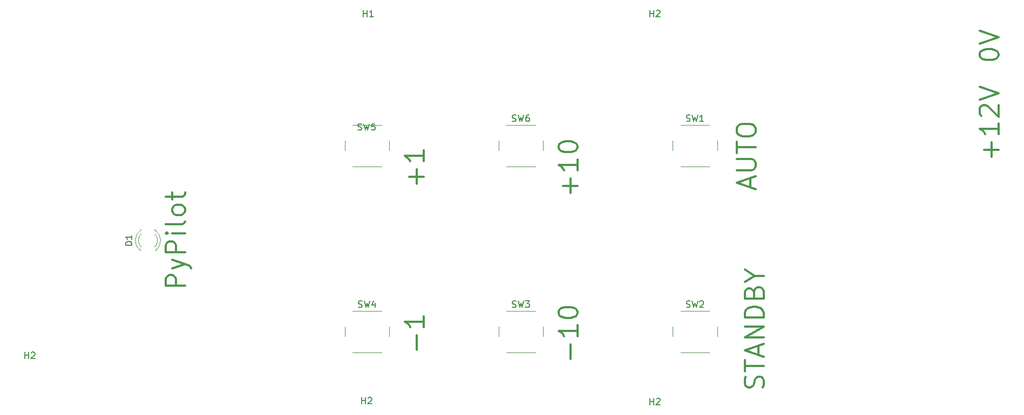
<source format=gto>
%TF.GenerationSoftware,KiCad,Pcbnew,(5.1.12)-1*%
%TF.CreationDate,2022-06-03T19:18:09+02:00*%
%TF.ProjectId,pypilot_keyboard,70797069-6c6f-4745-9f6b-6579626f6172,rev?*%
%TF.SameCoordinates,Original*%
%TF.FileFunction,Legend,Top*%
%TF.FilePolarity,Positive*%
%FSLAX46Y46*%
G04 Gerber Fmt 4.6, Leading zero omitted, Abs format (unit mm)*
G04 Created by KiCad (PCBNEW (5.1.12)-1) date 2022-06-03 19:18:09*
%MOMM*%
%LPD*%
G01*
G04 APERTURE LIST*
%ADD10C,0.300000*%
%ADD11C,0.120000*%
%ADD12C,0.150000*%
G04 APERTURE END LIST*
D10*
X217384285Y-59260714D02*
X217384285Y-56975000D01*
X218527142Y-58117857D02*
X216241428Y-58117857D01*
X218527142Y-53975000D02*
X218527142Y-55689285D01*
X218527142Y-54832142D02*
X215527142Y-54832142D01*
X215955714Y-55117857D01*
X216241428Y-55403571D01*
X216384285Y-55689285D01*
X215812857Y-52832142D02*
X215670000Y-52689285D01*
X215527142Y-52403571D01*
X215527142Y-51689285D01*
X215670000Y-51403571D01*
X215812857Y-51260714D01*
X216098571Y-51117857D01*
X216384285Y-51117857D01*
X216812857Y-51260714D01*
X218527142Y-52975000D01*
X218527142Y-51117857D01*
X215527142Y-50260714D02*
X218527142Y-49260714D01*
X215527142Y-48260714D01*
X215527142Y-43338571D02*
X215527142Y-43052857D01*
X215670000Y-42767142D01*
X215812857Y-42624285D01*
X216098571Y-42481428D01*
X216670000Y-42338571D01*
X217384285Y-42338571D01*
X217955714Y-42481428D01*
X218241428Y-42624285D01*
X218384285Y-42767142D01*
X218527142Y-43052857D01*
X218527142Y-43338571D01*
X218384285Y-43624285D01*
X218241428Y-43767142D01*
X217955714Y-43910000D01*
X217384285Y-44052857D01*
X216670000Y-44052857D01*
X216098571Y-43910000D01*
X215812857Y-43767142D01*
X215670000Y-43624285D01*
X215527142Y-43338571D01*
X215527142Y-41481428D02*
X218527142Y-40481428D01*
X215527142Y-39481428D01*
X181554285Y-95502857D02*
X181697142Y-95074285D01*
X181697142Y-94360000D01*
X181554285Y-94074285D01*
X181411428Y-93931428D01*
X181125714Y-93788571D01*
X180840000Y-93788571D01*
X180554285Y-93931428D01*
X180411428Y-94074285D01*
X180268571Y-94360000D01*
X180125714Y-94931428D01*
X179982857Y-95217142D01*
X179840000Y-95360000D01*
X179554285Y-95502857D01*
X179268571Y-95502857D01*
X178982857Y-95360000D01*
X178840000Y-95217142D01*
X178697142Y-94931428D01*
X178697142Y-94217142D01*
X178840000Y-93788571D01*
X178697142Y-92931428D02*
X178697142Y-91217142D01*
X181697142Y-92074285D02*
X178697142Y-92074285D01*
X180840000Y-90360000D02*
X180840000Y-88931428D01*
X181697142Y-90645714D02*
X178697142Y-89645714D01*
X181697142Y-88645714D01*
X181697142Y-87645714D02*
X178697142Y-87645714D01*
X181697142Y-85931428D01*
X178697142Y-85931428D01*
X181697142Y-84502857D02*
X178697142Y-84502857D01*
X178697142Y-83788571D01*
X178840000Y-83360000D01*
X179125714Y-83074285D01*
X179411428Y-82931428D01*
X179982857Y-82788571D01*
X180411428Y-82788571D01*
X180982857Y-82931428D01*
X181268571Y-83074285D01*
X181554285Y-83360000D01*
X181697142Y-83788571D01*
X181697142Y-84502857D01*
X180125714Y-80502857D02*
X180268571Y-80074285D01*
X180411428Y-79931428D01*
X180697142Y-79788571D01*
X181125714Y-79788571D01*
X181411428Y-79931428D01*
X181554285Y-80074285D01*
X181697142Y-80360000D01*
X181697142Y-81502857D01*
X178697142Y-81502857D01*
X178697142Y-80502857D01*
X178840000Y-80217142D01*
X178982857Y-80074285D01*
X179268571Y-79931428D01*
X179554285Y-79931428D01*
X179840000Y-80074285D01*
X179982857Y-80217142D01*
X180125714Y-80502857D01*
X180125714Y-81502857D01*
X180268571Y-77931428D02*
X181697142Y-77931428D01*
X178697142Y-78931428D02*
X180268571Y-77931428D01*
X178697142Y-76931428D01*
X179570000Y-64055000D02*
X179570000Y-62626428D01*
X180427142Y-64340714D02*
X177427142Y-63340714D01*
X180427142Y-62340714D01*
X177427142Y-61340714D02*
X179855714Y-61340714D01*
X180141428Y-61197857D01*
X180284285Y-61055000D01*
X180427142Y-60769285D01*
X180427142Y-60197857D01*
X180284285Y-59912142D01*
X180141428Y-59769285D01*
X179855714Y-59626428D01*
X177427142Y-59626428D01*
X177427142Y-58626428D02*
X177427142Y-56912142D01*
X180427142Y-57769285D02*
X177427142Y-57769285D01*
X177427142Y-55340714D02*
X177427142Y-54769285D01*
X177570000Y-54483571D01*
X177855714Y-54197857D01*
X178427142Y-54055000D01*
X179427142Y-54055000D01*
X179998571Y-54197857D01*
X180284285Y-54483571D01*
X180427142Y-54769285D01*
X180427142Y-55340714D01*
X180284285Y-55626428D01*
X179998571Y-55912142D01*
X179427142Y-56055000D01*
X178427142Y-56055000D01*
X177855714Y-55912142D01*
X177570000Y-55626428D01*
X177427142Y-55340714D01*
X127214285Y-89566428D02*
X127214285Y-87280714D01*
X128357142Y-84280714D02*
X128357142Y-85995000D01*
X128357142Y-85137857D02*
X125357142Y-85137857D01*
X125785714Y-85423571D01*
X126071428Y-85709285D01*
X126214285Y-85995000D01*
X151344285Y-90995000D02*
X151344285Y-88709285D01*
X152487142Y-85709285D02*
X152487142Y-87423571D01*
X152487142Y-86566428D02*
X149487142Y-86566428D01*
X149915714Y-86852142D01*
X150201428Y-87137857D01*
X150344285Y-87423571D01*
X149487142Y-83852142D02*
X149487142Y-83566428D01*
X149630000Y-83280714D01*
X149772857Y-83137857D01*
X150058571Y-82995000D01*
X150630000Y-82852142D01*
X151344285Y-82852142D01*
X151915714Y-82995000D01*
X152201428Y-83137857D01*
X152344285Y-83280714D01*
X152487142Y-83566428D01*
X152487142Y-83852142D01*
X152344285Y-84137857D01*
X152201428Y-84280714D01*
X151915714Y-84423571D01*
X151344285Y-84566428D01*
X150630000Y-84566428D01*
X150058571Y-84423571D01*
X149772857Y-84280714D01*
X149630000Y-84137857D01*
X149487142Y-83852142D01*
X151344285Y-64960000D02*
X151344285Y-62674285D01*
X152487142Y-63817142D02*
X150201428Y-63817142D01*
X152487142Y-59674285D02*
X152487142Y-61388571D01*
X152487142Y-60531428D02*
X149487142Y-60531428D01*
X149915714Y-60817142D01*
X150201428Y-61102857D01*
X150344285Y-61388571D01*
X149487142Y-57817142D02*
X149487142Y-57531428D01*
X149630000Y-57245714D01*
X149772857Y-57102857D01*
X150058571Y-56960000D01*
X150630000Y-56817142D01*
X151344285Y-56817142D01*
X151915714Y-56960000D01*
X152201428Y-57102857D01*
X152344285Y-57245714D01*
X152487142Y-57531428D01*
X152487142Y-57817142D01*
X152344285Y-58102857D01*
X152201428Y-58245714D01*
X151915714Y-58388571D01*
X151344285Y-58531428D01*
X150630000Y-58531428D01*
X150058571Y-58388571D01*
X149772857Y-58245714D01*
X149630000Y-58102857D01*
X149487142Y-57817142D01*
X127214285Y-63531428D02*
X127214285Y-61245714D01*
X128357142Y-62388571D02*
X126071428Y-62388571D01*
X128357142Y-58245714D02*
X128357142Y-59960000D01*
X128357142Y-59102857D02*
X125357142Y-59102857D01*
X125785714Y-59388571D01*
X126071428Y-59674285D01*
X126214285Y-59960000D01*
X90892142Y-79532857D02*
X87892142Y-79532857D01*
X87892142Y-78390000D01*
X88035000Y-78104285D01*
X88177857Y-77961428D01*
X88463571Y-77818571D01*
X88892142Y-77818571D01*
X89177857Y-77961428D01*
X89320714Y-78104285D01*
X89463571Y-78390000D01*
X89463571Y-79532857D01*
X88892142Y-76818571D02*
X90892142Y-76104285D01*
X88892142Y-75390000D02*
X90892142Y-76104285D01*
X91606428Y-76390000D01*
X91749285Y-76532857D01*
X91892142Y-76818571D01*
X90892142Y-74247142D02*
X87892142Y-74247142D01*
X87892142Y-73104285D01*
X88035000Y-72818571D01*
X88177857Y-72675714D01*
X88463571Y-72532857D01*
X88892142Y-72532857D01*
X89177857Y-72675714D01*
X89320714Y-72818571D01*
X89463571Y-73104285D01*
X89463571Y-74247142D01*
X90892142Y-71247142D02*
X88892142Y-71247142D01*
X87892142Y-71247142D02*
X88035000Y-71390000D01*
X88177857Y-71247142D01*
X88035000Y-71104285D01*
X87892142Y-71247142D01*
X88177857Y-71247142D01*
X90892142Y-69390000D02*
X90749285Y-69675714D01*
X90463571Y-69818571D01*
X87892142Y-69818571D01*
X90892142Y-67818571D02*
X90749285Y-68104285D01*
X90606428Y-68247142D01*
X90320714Y-68390000D01*
X89463571Y-68390000D01*
X89177857Y-68247142D01*
X89035000Y-68104285D01*
X88892142Y-67818571D01*
X88892142Y-67390000D01*
X89035000Y-67104285D01*
X89177857Y-66961428D01*
X89463571Y-66818571D01*
X90320714Y-66818571D01*
X90606428Y-66961428D01*
X90749285Y-67104285D01*
X90892142Y-67390000D01*
X90892142Y-67818571D01*
X88892142Y-65961428D02*
X88892142Y-64818571D01*
X87892142Y-65532857D02*
X90463571Y-65532857D01*
X90749285Y-65390000D01*
X90892142Y-65104285D01*
X90892142Y-64818571D01*
D11*
%TO.C,D1*%
X86170000Y-73950000D02*
X86326000Y-73950000D01*
X83854000Y-73950000D02*
X84010000Y-73950000D01*
X84011392Y-70717665D02*
G75*
G03*
X83854484Y-73950000I1078608J-1672335D01*
G01*
X86168608Y-70717665D02*
G75*
G02*
X86325516Y-73950000I-1078608J-1672335D01*
G01*
X84010163Y-71348870D02*
G75*
G03*
X84010000Y-73430961I1079837J-1041130D01*
G01*
X86169837Y-71348870D02*
G75*
G02*
X86170000Y-73430961I-1079837J-1041130D01*
G01*
%TO.C,SW1*%
X174390000Y-58245000D02*
X174390000Y-56745000D01*
X173140000Y-54245000D02*
X168640000Y-54245000D01*
X167390000Y-56745000D02*
X167390000Y-58245000D01*
X168640000Y-60745000D02*
X173140000Y-60745000D01*
%TO.C,SW2*%
X168640000Y-89955000D02*
X173140000Y-89955000D01*
X167390000Y-85955000D02*
X167390000Y-87455000D01*
X173140000Y-83455000D02*
X168640000Y-83455000D01*
X174390000Y-87455000D02*
X174390000Y-85955000D01*
%TO.C,SW3*%
X147085000Y-87455000D02*
X147085000Y-85955000D01*
X145835000Y-83455000D02*
X141335000Y-83455000D01*
X140085000Y-85955000D02*
X140085000Y-87455000D01*
X141335000Y-89955000D02*
X145835000Y-89955000D01*
%TO.C,SW4*%
X117205000Y-89955000D02*
X121705000Y-89955000D01*
X115955000Y-85955000D02*
X115955000Y-87455000D01*
X121705000Y-83455000D02*
X117205000Y-83455000D01*
X122955000Y-87455000D02*
X122955000Y-85955000D01*
%TO.C,SW5*%
X122955000Y-58245000D02*
X122955000Y-56745000D01*
X121705000Y-54245000D02*
X117205000Y-54245000D01*
X115955000Y-56745000D02*
X115955000Y-58245000D01*
X117205000Y-60745000D02*
X121705000Y-60745000D01*
%TO.C,SW6*%
X141335000Y-60745000D02*
X145835000Y-60745000D01*
X140085000Y-56745000D02*
X140085000Y-58245000D01*
X145835000Y-54245000D02*
X141335000Y-54245000D01*
X147085000Y-58245000D02*
X147085000Y-56745000D01*
%TO.C,H2*%
D12*
X163830095Y-98187380D02*
X163830095Y-97187380D01*
X163830095Y-97663571D02*
X164401523Y-97663571D01*
X164401523Y-98187380D02*
X164401523Y-97187380D01*
X164830095Y-97282619D02*
X164877714Y-97235000D01*
X164972952Y-97187380D01*
X165211047Y-97187380D01*
X165306285Y-97235000D01*
X165353904Y-97282619D01*
X165401523Y-97377857D01*
X165401523Y-97473095D01*
X165353904Y-97615952D01*
X164782476Y-98187380D01*
X165401523Y-98187380D01*
X65786095Y-90948380D02*
X65786095Y-89948380D01*
X65786095Y-90424571D02*
X66357523Y-90424571D01*
X66357523Y-90948380D02*
X66357523Y-89948380D01*
X66786095Y-90043619D02*
X66833714Y-89996000D01*
X66928952Y-89948380D01*
X67167047Y-89948380D01*
X67262285Y-89996000D01*
X67309904Y-90043619D01*
X67357523Y-90138857D01*
X67357523Y-90234095D01*
X67309904Y-90376952D01*
X66738476Y-90948380D01*
X67357523Y-90948380D01*
X118618095Y-98060380D02*
X118618095Y-97060380D01*
X118618095Y-97536571D02*
X119189523Y-97536571D01*
X119189523Y-98060380D02*
X119189523Y-97060380D01*
X119618095Y-97155619D02*
X119665714Y-97108000D01*
X119760952Y-97060380D01*
X119999047Y-97060380D01*
X120094285Y-97108000D01*
X120141904Y-97155619D01*
X120189523Y-97250857D01*
X120189523Y-97346095D01*
X120141904Y-97488952D01*
X119570476Y-98060380D01*
X120189523Y-98060380D01*
X163830095Y-37227380D02*
X163830095Y-36227380D01*
X163830095Y-36703571D02*
X164401523Y-36703571D01*
X164401523Y-37227380D02*
X164401523Y-36227380D01*
X164830095Y-36322619D02*
X164877714Y-36275000D01*
X164972952Y-36227380D01*
X165211047Y-36227380D01*
X165306285Y-36275000D01*
X165353904Y-36322619D01*
X165401523Y-36417857D01*
X165401523Y-36513095D01*
X165353904Y-36655952D01*
X164782476Y-37227380D01*
X165401523Y-37227380D01*
%TO.C,H1*%
X118872095Y-37227380D02*
X118872095Y-36227380D01*
X118872095Y-36703571D02*
X119443523Y-36703571D01*
X119443523Y-37227380D02*
X119443523Y-36227380D01*
X120443523Y-37227380D02*
X119872095Y-37227380D01*
X120157809Y-37227380D02*
X120157809Y-36227380D01*
X120062571Y-36370238D01*
X119967333Y-36465476D01*
X119872095Y-36513095D01*
%TO.C,D1*%
X82582380Y-73128095D02*
X81582380Y-73128095D01*
X81582380Y-72890000D01*
X81630000Y-72747142D01*
X81725238Y-72651904D01*
X81820476Y-72604285D01*
X82010952Y-72556666D01*
X82153809Y-72556666D01*
X82344285Y-72604285D01*
X82439523Y-72651904D01*
X82534761Y-72747142D01*
X82582380Y-72890000D01*
X82582380Y-73128095D01*
X82582380Y-71604285D02*
X82582380Y-72175714D01*
X82582380Y-71890000D02*
X81582380Y-71890000D01*
X81725238Y-71985238D01*
X81820476Y-72080476D01*
X81868095Y-72175714D01*
%TO.C,SW1*%
X169556666Y-53649761D02*
X169699523Y-53697380D01*
X169937619Y-53697380D01*
X170032857Y-53649761D01*
X170080476Y-53602142D01*
X170128095Y-53506904D01*
X170128095Y-53411666D01*
X170080476Y-53316428D01*
X170032857Y-53268809D01*
X169937619Y-53221190D01*
X169747142Y-53173571D01*
X169651904Y-53125952D01*
X169604285Y-53078333D01*
X169556666Y-52983095D01*
X169556666Y-52887857D01*
X169604285Y-52792619D01*
X169651904Y-52745000D01*
X169747142Y-52697380D01*
X169985238Y-52697380D01*
X170128095Y-52745000D01*
X170461428Y-52697380D02*
X170699523Y-53697380D01*
X170890000Y-52983095D01*
X171080476Y-53697380D01*
X171318571Y-52697380D01*
X172223333Y-53697380D02*
X171651904Y-53697380D01*
X171937619Y-53697380D02*
X171937619Y-52697380D01*
X171842380Y-52840238D01*
X171747142Y-52935476D01*
X171651904Y-52983095D01*
%TO.C,SW2*%
X169556666Y-82859761D02*
X169699523Y-82907380D01*
X169937619Y-82907380D01*
X170032857Y-82859761D01*
X170080476Y-82812142D01*
X170128095Y-82716904D01*
X170128095Y-82621666D01*
X170080476Y-82526428D01*
X170032857Y-82478809D01*
X169937619Y-82431190D01*
X169747142Y-82383571D01*
X169651904Y-82335952D01*
X169604285Y-82288333D01*
X169556666Y-82193095D01*
X169556666Y-82097857D01*
X169604285Y-82002619D01*
X169651904Y-81955000D01*
X169747142Y-81907380D01*
X169985238Y-81907380D01*
X170128095Y-81955000D01*
X170461428Y-81907380D02*
X170699523Y-82907380D01*
X170890000Y-82193095D01*
X171080476Y-82907380D01*
X171318571Y-81907380D01*
X171651904Y-82002619D02*
X171699523Y-81955000D01*
X171794761Y-81907380D01*
X172032857Y-81907380D01*
X172128095Y-81955000D01*
X172175714Y-82002619D01*
X172223333Y-82097857D01*
X172223333Y-82193095D01*
X172175714Y-82335952D01*
X171604285Y-82907380D01*
X172223333Y-82907380D01*
%TO.C,SW3*%
X142251666Y-82859761D02*
X142394523Y-82907380D01*
X142632619Y-82907380D01*
X142727857Y-82859761D01*
X142775476Y-82812142D01*
X142823095Y-82716904D01*
X142823095Y-82621666D01*
X142775476Y-82526428D01*
X142727857Y-82478809D01*
X142632619Y-82431190D01*
X142442142Y-82383571D01*
X142346904Y-82335952D01*
X142299285Y-82288333D01*
X142251666Y-82193095D01*
X142251666Y-82097857D01*
X142299285Y-82002619D01*
X142346904Y-81955000D01*
X142442142Y-81907380D01*
X142680238Y-81907380D01*
X142823095Y-81955000D01*
X143156428Y-81907380D02*
X143394523Y-82907380D01*
X143585000Y-82193095D01*
X143775476Y-82907380D01*
X144013571Y-81907380D01*
X144299285Y-81907380D02*
X144918333Y-81907380D01*
X144585000Y-82288333D01*
X144727857Y-82288333D01*
X144823095Y-82335952D01*
X144870714Y-82383571D01*
X144918333Y-82478809D01*
X144918333Y-82716904D01*
X144870714Y-82812142D01*
X144823095Y-82859761D01*
X144727857Y-82907380D01*
X144442142Y-82907380D01*
X144346904Y-82859761D01*
X144299285Y-82812142D01*
%TO.C,SW4*%
X118121666Y-82859761D02*
X118264523Y-82907380D01*
X118502619Y-82907380D01*
X118597857Y-82859761D01*
X118645476Y-82812142D01*
X118693095Y-82716904D01*
X118693095Y-82621666D01*
X118645476Y-82526428D01*
X118597857Y-82478809D01*
X118502619Y-82431190D01*
X118312142Y-82383571D01*
X118216904Y-82335952D01*
X118169285Y-82288333D01*
X118121666Y-82193095D01*
X118121666Y-82097857D01*
X118169285Y-82002619D01*
X118216904Y-81955000D01*
X118312142Y-81907380D01*
X118550238Y-81907380D01*
X118693095Y-81955000D01*
X119026428Y-81907380D02*
X119264523Y-82907380D01*
X119455000Y-82193095D01*
X119645476Y-82907380D01*
X119883571Y-81907380D01*
X120693095Y-82240714D02*
X120693095Y-82907380D01*
X120455000Y-81859761D02*
X120216904Y-82574047D01*
X120835952Y-82574047D01*
%TO.C,SW5*%
X118046666Y-55014761D02*
X118189523Y-55062380D01*
X118427619Y-55062380D01*
X118522857Y-55014761D01*
X118570476Y-54967142D01*
X118618095Y-54871904D01*
X118618095Y-54776666D01*
X118570476Y-54681428D01*
X118522857Y-54633809D01*
X118427619Y-54586190D01*
X118237142Y-54538571D01*
X118141904Y-54490952D01*
X118094285Y-54443333D01*
X118046666Y-54348095D01*
X118046666Y-54252857D01*
X118094285Y-54157619D01*
X118141904Y-54110000D01*
X118237142Y-54062380D01*
X118475238Y-54062380D01*
X118618095Y-54110000D01*
X118951428Y-54062380D02*
X119189523Y-55062380D01*
X119380000Y-54348095D01*
X119570476Y-55062380D01*
X119808571Y-54062380D01*
X120665714Y-54062380D02*
X120189523Y-54062380D01*
X120141904Y-54538571D01*
X120189523Y-54490952D01*
X120284761Y-54443333D01*
X120522857Y-54443333D01*
X120618095Y-54490952D01*
X120665714Y-54538571D01*
X120713333Y-54633809D01*
X120713333Y-54871904D01*
X120665714Y-54967142D01*
X120618095Y-55014761D01*
X120522857Y-55062380D01*
X120284761Y-55062380D01*
X120189523Y-55014761D01*
X120141904Y-54967142D01*
%TO.C,SW6*%
X142251666Y-53649761D02*
X142394523Y-53697380D01*
X142632619Y-53697380D01*
X142727857Y-53649761D01*
X142775476Y-53602142D01*
X142823095Y-53506904D01*
X142823095Y-53411666D01*
X142775476Y-53316428D01*
X142727857Y-53268809D01*
X142632619Y-53221190D01*
X142442142Y-53173571D01*
X142346904Y-53125952D01*
X142299285Y-53078333D01*
X142251666Y-52983095D01*
X142251666Y-52887857D01*
X142299285Y-52792619D01*
X142346904Y-52745000D01*
X142442142Y-52697380D01*
X142680238Y-52697380D01*
X142823095Y-52745000D01*
X143156428Y-52697380D02*
X143394523Y-53697380D01*
X143585000Y-52983095D01*
X143775476Y-53697380D01*
X144013571Y-52697380D01*
X144823095Y-52697380D02*
X144632619Y-52697380D01*
X144537380Y-52745000D01*
X144489761Y-52792619D01*
X144394523Y-52935476D01*
X144346904Y-53125952D01*
X144346904Y-53506904D01*
X144394523Y-53602142D01*
X144442142Y-53649761D01*
X144537380Y-53697380D01*
X144727857Y-53697380D01*
X144823095Y-53649761D01*
X144870714Y-53602142D01*
X144918333Y-53506904D01*
X144918333Y-53268809D01*
X144870714Y-53173571D01*
X144823095Y-53125952D01*
X144727857Y-53078333D01*
X144537380Y-53078333D01*
X144442142Y-53125952D01*
X144394523Y-53173571D01*
X144346904Y-53268809D01*
%TD*%
M02*

</source>
